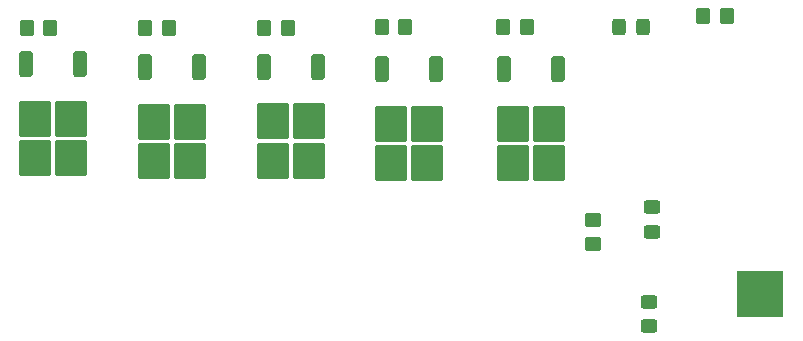
<source format=gbr>
%TF.GenerationSoftware,KiCad,Pcbnew,8.0.4*%
%TF.CreationDate,2025-06-08T15:43:54+10:00*%
%TF.ProjectId,USBPowerBlock,55534250-6f77-4657-9242-6c6f636b2e6b,rev?*%
%TF.SameCoordinates,Original*%
%TF.FileFunction,Paste,Top*%
%TF.FilePolarity,Positive*%
%FSLAX46Y46*%
G04 Gerber Fmt 4.6, Leading zero omitted, Abs format (unit mm)*
G04 Created by KiCad (PCBNEW 8.0.4) date 2025-06-08 15:43:54*
%MOMM*%
%LPD*%
G01*
G04 APERTURE LIST*
G04 Aperture macros list*
%AMRoundRect*
0 Rectangle with rounded corners*
0 $1 Rounding radius*
0 $2 $3 $4 $5 $6 $7 $8 $9 X,Y pos of 4 corners*
0 Add a 4 corners polygon primitive as box body*
4,1,4,$2,$3,$4,$5,$6,$7,$8,$9,$2,$3,0*
0 Add four circle primitives for the rounded corners*
1,1,$1+$1,$2,$3*
1,1,$1+$1,$4,$5*
1,1,$1+$1,$6,$7*
1,1,$1+$1,$8,$9*
0 Add four rect primitives between the rounded corners*
20,1,$1+$1,$2,$3,$4,$5,0*
20,1,$1+$1,$4,$5,$6,$7,0*
20,1,$1+$1,$6,$7,$8,$9,0*
20,1,$1+$1,$8,$9,$2,$3,0*%
G04 Aperture macros list end*
%ADD10RoundRect,0.250000X-0.350000X-0.450000X0.350000X-0.450000X0.350000X0.450000X-0.350000X0.450000X0*%
%ADD11RoundRect,0.250000X0.450000X-0.350000X0.450000X0.350000X-0.450000X0.350000X-0.450000X-0.350000X0*%
%ADD12RoundRect,0.250000X-0.325000X-0.450000X0.325000X-0.450000X0.325000X0.450000X-0.325000X0.450000X0*%
%ADD13RoundRect,0.250000X-0.350000X0.850000X-0.350000X-0.850000X0.350000X-0.850000X0.350000X0.850000X0*%
%ADD14RoundRect,0.250000X-1.125000X1.275000X-1.125000X-1.275000X1.125000X-1.275000X1.125000X1.275000X0*%
%ADD15RoundRect,0.250000X0.450000X-0.325000X0.450000X0.325000X-0.450000X0.325000X-0.450000X-0.325000X0*%
%ADD16RoundRect,0.250000X0.350000X0.450000X-0.350000X0.450000X-0.350000X-0.450000X0.350000X-0.450000X0*%
%ADD17R,4.000000X4.000000*%
%ADD18RoundRect,0.250000X-0.450000X0.325000X-0.450000X-0.325000X0.450000X-0.325000X0.450000X0.325000X0*%
G04 APERTURE END LIST*
D10*
%TO.C,R5*%
X117720000Y-66100000D03*
X119720000Y-66100000D03*
%TD*%
D11*
%TO.C,R14*%
X155680000Y-84380000D03*
X155680000Y-82380000D03*
%TD*%
D12*
%TO.C,D1*%
X157835000Y-66040000D03*
X159885000Y-66040000D03*
%TD*%
D13*
%TO.C,Q2*%
X122290000Y-69410000D03*
D14*
X121535000Y-74035000D03*
X118485000Y-74035000D03*
X121535000Y-77385000D03*
X118485000Y-77385000D03*
D13*
X117730000Y-69410000D03*
%TD*%
D10*
%TO.C,R7*%
X127840000Y-66100000D03*
X129840000Y-66100000D03*
%TD*%
D13*
%TO.C,Q4*%
X142360000Y-69560000D03*
D14*
X141605000Y-74185000D03*
X138555000Y-74185000D03*
X141605000Y-77535000D03*
X138555000Y-77535000D03*
D13*
X137800000Y-69560000D03*
%TD*%
D10*
%TO.C,R11*%
X148060000Y-66030000D03*
X150060000Y-66030000D03*
%TD*%
%TO.C,R1*%
X107690000Y-66060000D03*
X109690000Y-66060000D03*
%TD*%
D13*
%TO.C,Q5*%
X152660000Y-69580000D03*
D14*
X151905000Y-74205000D03*
X148855000Y-74205000D03*
X151905000Y-77555000D03*
X148855000Y-77555000D03*
D13*
X148100000Y-69580000D03*
%TD*%
D10*
%TO.C,R9*%
X137750000Y-66050000D03*
X139750000Y-66050000D03*
%TD*%
D15*
%TO.C,D2*%
X160640000Y-83342500D03*
X160640000Y-81292500D03*
%TD*%
D16*
%TO.C,R13*%
X166960000Y-65070000D03*
X164960000Y-65070000D03*
%TD*%
D17*
%TO.C,U1*%
X169800000Y-88620000D03*
%TD*%
D13*
%TO.C,Q1*%
X112245000Y-69145000D03*
D14*
X111490000Y-73770000D03*
X108440000Y-73770000D03*
X111490000Y-77120000D03*
X108440000Y-77120000D03*
D13*
X107685000Y-69145000D03*
%TD*%
%TO.C,Q3*%
X132380000Y-69360000D03*
D14*
X131625000Y-73985000D03*
X128575000Y-73985000D03*
X131625000Y-77335000D03*
X128575000Y-77335000D03*
D13*
X127820000Y-69360000D03*
%TD*%
D18*
%TO.C,D3*%
X160390000Y-89285000D03*
X160390000Y-91335000D03*
%TD*%
M02*

</source>
